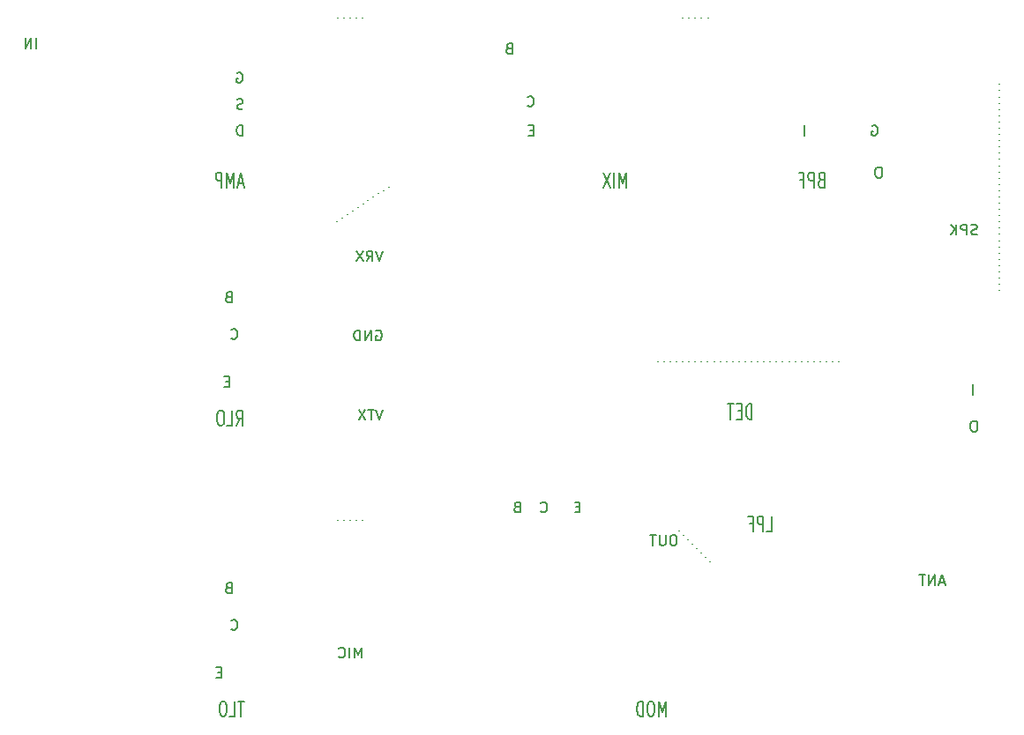
<source format=gbr>
%TF.GenerationSoftware,KiCad,Pcbnew,7.0.2-0*%
%TF.CreationDate,2024-06-16T14:46:37+09:00*%
%TF.ProjectId,am-pcb1,616d2d70-6362-4312-9e6b-696361645f70,rev?*%
%TF.SameCoordinates,Original*%
%TF.FileFunction,Legend,Bot*%
%TF.FilePolarity,Positive*%
%FSLAX46Y46*%
G04 Gerber Fmt 4.6, Leading zero omitted, Abs format (unit mm)*
G04 Created by KiCad (PCBNEW 7.0.2-0) date 2024-06-16 14:46:37*
%MOMM*%
%LPD*%
G01*
G04 APERTURE LIST*
%ADD10C,0.150000*%
G04 APERTURE END LIST*
D10*
X242316000Y-105156000D02*
X242316000Y-105156000D01*
X242740264Y-105580264D02*
X242740264Y-105580264D01*
X243164528Y-106004528D02*
X243164528Y-106004528D01*
X243588792Y-106428792D02*
X243588792Y-106428792D01*
X244013056Y-106853056D02*
X244013056Y-106853056D01*
X244437320Y-107277320D02*
X244437320Y-107277320D01*
X244861584Y-107701584D02*
X244861584Y-107701584D01*
X245285848Y-108125848D02*
X245285848Y-108125848D01*
X209486500Y-75374500D02*
X209486500Y-75374500D01*
X209987603Y-75044506D02*
X209987603Y-75044506D01*
X210488705Y-74714511D02*
X210488705Y-74714511D01*
X210989808Y-74384517D02*
X210989808Y-74384517D01*
X211490910Y-74054523D02*
X211490910Y-74054523D01*
X211992013Y-73724528D02*
X211992013Y-73724528D01*
X212493115Y-73394534D02*
X212493115Y-73394534D01*
X212994218Y-73064540D02*
X212994218Y-73064540D01*
X213495320Y-72734545D02*
X213495320Y-72734545D01*
X213996423Y-72404551D02*
X213996423Y-72404551D01*
X214497525Y-72074557D02*
X214497525Y-72074557D01*
X209550000Y-104140000D02*
X209550000Y-104140000D01*
X210150000Y-104140000D02*
X210150000Y-104140000D01*
X210750000Y-104140000D02*
X210750000Y-104140000D01*
X211350000Y-104140000D02*
X211350000Y-104140000D01*
X211950000Y-104140000D02*
X211950000Y-104140000D01*
X273050000Y-62230000D02*
X273050000Y-62230000D01*
X273050000Y-62830000D02*
X273050000Y-62830000D01*
X273050000Y-63430000D02*
X273050000Y-63430000D01*
X273050000Y-64030000D02*
X273050000Y-64030000D01*
X273050000Y-64630000D02*
X273050000Y-64630000D01*
X273050000Y-65230000D02*
X273050000Y-65230000D01*
X273050000Y-65830000D02*
X273050000Y-65830000D01*
X273050000Y-66430000D02*
X273050000Y-66430000D01*
X273050000Y-67030000D02*
X273050000Y-67030000D01*
X273050000Y-67630000D02*
X273050000Y-67630000D01*
X273050000Y-68230000D02*
X273050000Y-68230000D01*
X273050000Y-68830000D02*
X273050000Y-68830000D01*
X273050000Y-69430000D02*
X273050000Y-69430000D01*
X273050000Y-70030000D02*
X273050000Y-70030000D01*
X273050000Y-70630000D02*
X273050000Y-70630000D01*
X273050000Y-71230000D02*
X273050000Y-71230000D01*
X273050000Y-71830000D02*
X273050000Y-71830000D01*
X273050000Y-72430000D02*
X273050000Y-72430000D01*
X273050000Y-73030000D02*
X273050000Y-73030000D01*
X273050000Y-73630000D02*
X273050000Y-73630000D01*
X273050000Y-74230000D02*
X273050000Y-74230000D01*
X273050000Y-74830000D02*
X273050000Y-74830000D01*
X273050000Y-75430000D02*
X273050000Y-75430000D01*
X273050000Y-76030000D02*
X273050000Y-76030000D01*
X273050000Y-76630000D02*
X273050000Y-76630000D01*
X273050000Y-77230000D02*
X273050000Y-77230000D01*
X273050000Y-77830000D02*
X273050000Y-77830000D01*
X273050000Y-78430000D02*
X273050000Y-78430000D01*
X273050000Y-79030000D02*
X273050000Y-79030000D01*
X273050000Y-79630000D02*
X273050000Y-79630000D01*
X273050000Y-80230000D02*
X273050000Y-80230000D01*
X273050000Y-80830000D02*
X273050000Y-80830000D01*
X273050000Y-81430000D02*
X273050000Y-81430000D01*
X273050000Y-82030000D02*
X273050000Y-82030000D01*
X209550000Y-55880000D02*
X209550000Y-55880000D01*
X210150000Y-55880000D02*
X210150000Y-55880000D01*
X210750000Y-55880000D02*
X210750000Y-55880000D01*
X211350000Y-55880000D02*
X211350000Y-55880000D01*
X211950000Y-55880000D02*
X211950000Y-55880000D01*
X242697000Y-55880000D02*
X242697000Y-55880000D01*
X243297000Y-55880000D02*
X243297000Y-55880000D01*
X243897000Y-55880000D02*
X243897000Y-55880000D01*
X244497000Y-55880000D02*
X244497000Y-55880000D01*
X245097000Y-55880000D02*
X245097000Y-55880000D01*
X240284000Y-88900000D02*
X240284000Y-88900000D01*
X240884000Y-88900000D02*
X240884000Y-88900000D01*
X241484000Y-88900000D02*
X241484000Y-88900000D01*
X242084000Y-88900000D02*
X242084000Y-88900000D01*
X242684000Y-88900000D02*
X242684000Y-88900000D01*
X243284000Y-88900000D02*
X243284000Y-88900000D01*
X243884000Y-88900000D02*
X243884000Y-88900000D01*
X244484000Y-88900000D02*
X244484000Y-88900000D01*
X245084000Y-88900000D02*
X245084000Y-88900000D01*
X245684000Y-88900000D02*
X245684000Y-88900000D01*
X246284000Y-88900000D02*
X246284000Y-88900000D01*
X246884000Y-88900000D02*
X246884000Y-88900000D01*
X247484000Y-88900000D02*
X247484000Y-88900000D01*
X248084000Y-88900000D02*
X248084000Y-88900000D01*
X248684000Y-88900000D02*
X248684000Y-88900000D01*
X249284000Y-88900000D02*
X249284000Y-88900000D01*
X249884000Y-88900000D02*
X249884000Y-88900000D01*
X250484000Y-88900000D02*
X250484000Y-88900000D01*
X251084000Y-88900000D02*
X251084000Y-88900000D01*
X251684000Y-88900000D02*
X251684000Y-88900000D01*
X252284000Y-88900000D02*
X252284000Y-88900000D01*
X252884000Y-88900000D02*
X252884000Y-88900000D01*
X253484000Y-88900000D02*
X253484000Y-88900000D01*
X254084000Y-88900000D02*
X254084000Y-88900000D01*
X254684000Y-88900000D02*
X254684000Y-88900000D01*
X255284000Y-88900000D02*
X255284000Y-88900000D01*
X255884000Y-88900000D02*
X255884000Y-88900000D01*
X256484000Y-88900000D02*
X256484000Y-88900000D01*
X257084000Y-88900000D02*
X257084000Y-88900000D01*
X257684000Y-88900000D02*
X257684000Y-88900000D01*
X213233095Y-85920238D02*
X213328333Y-85872619D01*
X213328333Y-85872619D02*
X213471190Y-85872619D01*
X213471190Y-85872619D02*
X213614047Y-85920238D01*
X213614047Y-85920238D02*
X213709285Y-86015476D01*
X213709285Y-86015476D02*
X213756904Y-86110714D01*
X213756904Y-86110714D02*
X213804523Y-86301190D01*
X213804523Y-86301190D02*
X213804523Y-86444047D01*
X213804523Y-86444047D02*
X213756904Y-86634523D01*
X213756904Y-86634523D02*
X213709285Y-86729761D01*
X213709285Y-86729761D02*
X213614047Y-86825000D01*
X213614047Y-86825000D02*
X213471190Y-86872619D01*
X213471190Y-86872619D02*
X213375952Y-86872619D01*
X213375952Y-86872619D02*
X213233095Y-86825000D01*
X213233095Y-86825000D02*
X213185476Y-86777380D01*
X213185476Y-86777380D02*
X213185476Y-86444047D01*
X213185476Y-86444047D02*
X213375952Y-86444047D01*
X212756904Y-86872619D02*
X212756904Y-85872619D01*
X212756904Y-85872619D02*
X212185476Y-86872619D01*
X212185476Y-86872619D02*
X212185476Y-85872619D01*
X211709285Y-86872619D02*
X211709285Y-85872619D01*
X211709285Y-85872619D02*
X211471190Y-85872619D01*
X211471190Y-85872619D02*
X211328333Y-85920238D01*
X211328333Y-85920238D02*
X211233095Y-86015476D01*
X211233095Y-86015476D02*
X211185476Y-86110714D01*
X211185476Y-86110714D02*
X211137857Y-86301190D01*
X211137857Y-86301190D02*
X211137857Y-86444047D01*
X211137857Y-86444047D02*
X211185476Y-86634523D01*
X211185476Y-86634523D02*
X211233095Y-86729761D01*
X211233095Y-86729761D02*
X211328333Y-86825000D01*
X211328333Y-86825000D02*
X211471190Y-86872619D01*
X211471190Y-86872619D02*
X211709285Y-86872619D01*
X200421904Y-67187619D02*
X200421904Y-66187619D01*
X200421904Y-66187619D02*
X200183809Y-66187619D01*
X200183809Y-66187619D02*
X200040952Y-66235238D01*
X200040952Y-66235238D02*
X199945714Y-66330476D01*
X199945714Y-66330476D02*
X199898095Y-66425714D01*
X199898095Y-66425714D02*
X199850476Y-66616190D01*
X199850476Y-66616190D02*
X199850476Y-66759047D01*
X199850476Y-66759047D02*
X199898095Y-66949523D01*
X199898095Y-66949523D02*
X199945714Y-67044761D01*
X199945714Y-67044761D02*
X200040952Y-67140000D01*
X200040952Y-67140000D02*
X200183809Y-67187619D01*
X200183809Y-67187619D02*
X200421904Y-67187619D01*
X249316904Y-94431428D02*
X249316904Y-92931428D01*
X249316904Y-92931428D02*
X249078809Y-92931428D01*
X249078809Y-92931428D02*
X248935952Y-93002857D01*
X248935952Y-93002857D02*
X248840714Y-93145714D01*
X248840714Y-93145714D02*
X248793095Y-93288571D01*
X248793095Y-93288571D02*
X248745476Y-93574285D01*
X248745476Y-93574285D02*
X248745476Y-93788571D01*
X248745476Y-93788571D02*
X248793095Y-94074285D01*
X248793095Y-94074285D02*
X248840714Y-94217142D01*
X248840714Y-94217142D02*
X248935952Y-94360000D01*
X248935952Y-94360000D02*
X249078809Y-94431428D01*
X249078809Y-94431428D02*
X249316904Y-94431428D01*
X248316904Y-93645714D02*
X247983571Y-93645714D01*
X247840714Y-94431428D02*
X248316904Y-94431428D01*
X248316904Y-94431428D02*
X248316904Y-92931428D01*
X248316904Y-92931428D02*
X247840714Y-92931428D01*
X247554999Y-92931428D02*
X246983571Y-92931428D01*
X247269285Y-94431428D02*
X247269285Y-92931428D01*
X199850476Y-95066428D02*
X200183809Y-94352142D01*
X200421904Y-95066428D02*
X200421904Y-93566428D01*
X200421904Y-93566428D02*
X200040952Y-93566428D01*
X200040952Y-93566428D02*
X199945714Y-93637857D01*
X199945714Y-93637857D02*
X199898095Y-93709285D01*
X199898095Y-93709285D02*
X199850476Y-93852142D01*
X199850476Y-93852142D02*
X199850476Y-94066428D01*
X199850476Y-94066428D02*
X199898095Y-94209285D01*
X199898095Y-94209285D02*
X199945714Y-94280714D01*
X199945714Y-94280714D02*
X200040952Y-94352142D01*
X200040952Y-94352142D02*
X200421904Y-94352142D01*
X198945714Y-95066428D02*
X199421904Y-95066428D01*
X199421904Y-95066428D02*
X199421904Y-93566428D01*
X198421904Y-93566428D02*
X198231428Y-93566428D01*
X198231428Y-93566428D02*
X198136190Y-93637857D01*
X198136190Y-93637857D02*
X198040952Y-93780714D01*
X198040952Y-93780714D02*
X197993333Y-94066428D01*
X197993333Y-94066428D02*
X197993333Y-94566428D01*
X197993333Y-94566428D02*
X198040952Y-94852142D01*
X198040952Y-94852142D02*
X198136190Y-94995000D01*
X198136190Y-94995000D02*
X198231428Y-95066428D01*
X198231428Y-95066428D02*
X198421904Y-95066428D01*
X198421904Y-95066428D02*
X198517142Y-94995000D01*
X198517142Y-94995000D02*
X198612380Y-94852142D01*
X198612380Y-94852142D02*
X198659999Y-94566428D01*
X198659999Y-94566428D02*
X198659999Y-94066428D01*
X198659999Y-94066428D02*
X198612380Y-93780714D01*
X198612380Y-93780714D02*
X198517142Y-93637857D01*
X198517142Y-93637857D02*
X198421904Y-93566428D01*
X199072571Y-110605809D02*
X198929714Y-110653428D01*
X198929714Y-110653428D02*
X198882095Y-110701047D01*
X198882095Y-110701047D02*
X198834476Y-110796285D01*
X198834476Y-110796285D02*
X198834476Y-110939142D01*
X198834476Y-110939142D02*
X198882095Y-111034380D01*
X198882095Y-111034380D02*
X198929714Y-111082000D01*
X198929714Y-111082000D02*
X199024952Y-111129619D01*
X199024952Y-111129619D02*
X199405904Y-111129619D01*
X199405904Y-111129619D02*
X199405904Y-110129619D01*
X199405904Y-110129619D02*
X199072571Y-110129619D01*
X199072571Y-110129619D02*
X198977333Y-110177238D01*
X198977333Y-110177238D02*
X198929714Y-110224857D01*
X198929714Y-110224857D02*
X198882095Y-110320095D01*
X198882095Y-110320095D02*
X198882095Y-110415333D01*
X198882095Y-110415333D02*
X198929714Y-110510571D01*
X198929714Y-110510571D02*
X198977333Y-110558190D01*
X198977333Y-110558190D02*
X199072571Y-110605809D01*
X199072571Y-110605809D02*
X199405904Y-110605809D01*
X200469523Y-71777857D02*
X199993333Y-71777857D01*
X200564761Y-72206428D02*
X200231428Y-70706428D01*
X200231428Y-70706428D02*
X199898095Y-72206428D01*
X199564761Y-72206428D02*
X199564761Y-70706428D01*
X199564761Y-70706428D02*
X199231428Y-71777857D01*
X199231428Y-71777857D02*
X198898095Y-70706428D01*
X198898095Y-70706428D02*
X198898095Y-72206428D01*
X198421904Y-72206428D02*
X198421904Y-70706428D01*
X198421904Y-70706428D02*
X198040952Y-70706428D01*
X198040952Y-70706428D02*
X197945714Y-70777857D01*
X197945714Y-70777857D02*
X197898095Y-70849285D01*
X197898095Y-70849285D02*
X197850476Y-70992142D01*
X197850476Y-70992142D02*
X197850476Y-71206428D01*
X197850476Y-71206428D02*
X197898095Y-71349285D01*
X197898095Y-71349285D02*
X197945714Y-71420714D01*
X197945714Y-71420714D02*
X198040952Y-71492142D01*
X198040952Y-71492142D02*
X198421904Y-71492142D01*
X241887428Y-105557619D02*
X241696952Y-105557619D01*
X241696952Y-105557619D02*
X241601714Y-105605238D01*
X241601714Y-105605238D02*
X241506476Y-105700476D01*
X241506476Y-105700476D02*
X241458857Y-105890952D01*
X241458857Y-105890952D02*
X241458857Y-106224285D01*
X241458857Y-106224285D02*
X241506476Y-106414761D01*
X241506476Y-106414761D02*
X241601714Y-106510000D01*
X241601714Y-106510000D02*
X241696952Y-106557619D01*
X241696952Y-106557619D02*
X241887428Y-106557619D01*
X241887428Y-106557619D02*
X241982666Y-106510000D01*
X241982666Y-106510000D02*
X242077904Y-106414761D01*
X242077904Y-106414761D02*
X242125523Y-106224285D01*
X242125523Y-106224285D02*
X242125523Y-105890952D01*
X242125523Y-105890952D02*
X242077904Y-105700476D01*
X242077904Y-105700476D02*
X241982666Y-105605238D01*
X241982666Y-105605238D02*
X241887428Y-105557619D01*
X241030285Y-105557619D02*
X241030285Y-106367142D01*
X241030285Y-106367142D02*
X240982666Y-106462380D01*
X240982666Y-106462380D02*
X240935047Y-106510000D01*
X240935047Y-106510000D02*
X240839809Y-106557619D01*
X240839809Y-106557619D02*
X240649333Y-106557619D01*
X240649333Y-106557619D02*
X240554095Y-106510000D01*
X240554095Y-106510000D02*
X240506476Y-106462380D01*
X240506476Y-106462380D02*
X240458857Y-106367142D01*
X240458857Y-106367142D02*
X240458857Y-105557619D01*
X240125523Y-105557619D02*
X239554095Y-105557619D01*
X239839809Y-106557619D02*
X239839809Y-105557619D01*
X213899761Y-93492619D02*
X213566428Y-94492619D01*
X213566428Y-94492619D02*
X213233095Y-93492619D01*
X213042618Y-93492619D02*
X212471190Y-93492619D01*
X212756904Y-94492619D02*
X212756904Y-93492619D01*
X212233094Y-93492619D02*
X211566428Y-94492619D01*
X211566428Y-93492619D02*
X212233094Y-94492619D01*
X226758571Y-102858809D02*
X226615714Y-102906428D01*
X226615714Y-102906428D02*
X226568095Y-102954047D01*
X226568095Y-102954047D02*
X226520476Y-103049285D01*
X226520476Y-103049285D02*
X226520476Y-103192142D01*
X226520476Y-103192142D02*
X226568095Y-103287380D01*
X226568095Y-103287380D02*
X226615714Y-103335000D01*
X226615714Y-103335000D02*
X226710952Y-103382619D01*
X226710952Y-103382619D02*
X227091904Y-103382619D01*
X227091904Y-103382619D02*
X227091904Y-102382619D01*
X227091904Y-102382619D02*
X226758571Y-102382619D01*
X226758571Y-102382619D02*
X226663333Y-102430238D01*
X226663333Y-102430238D02*
X226615714Y-102477857D01*
X226615714Y-102477857D02*
X226568095Y-102573095D01*
X226568095Y-102573095D02*
X226568095Y-102668333D01*
X226568095Y-102668333D02*
X226615714Y-102763571D01*
X226615714Y-102763571D02*
X226663333Y-102811190D01*
X226663333Y-102811190D02*
X226758571Y-102858809D01*
X226758571Y-102858809D02*
X227091904Y-102858809D01*
X213899761Y-78252619D02*
X213566428Y-79252619D01*
X213566428Y-79252619D02*
X213233095Y-78252619D01*
X212328333Y-79252619D02*
X212661666Y-78776428D01*
X212899761Y-79252619D02*
X212899761Y-78252619D01*
X212899761Y-78252619D02*
X212518809Y-78252619D01*
X212518809Y-78252619D02*
X212423571Y-78300238D01*
X212423571Y-78300238D02*
X212375952Y-78347857D01*
X212375952Y-78347857D02*
X212328333Y-78443095D01*
X212328333Y-78443095D02*
X212328333Y-78585952D01*
X212328333Y-78585952D02*
X212375952Y-78681190D01*
X212375952Y-78681190D02*
X212423571Y-78728809D01*
X212423571Y-78728809D02*
X212518809Y-78776428D01*
X212518809Y-78776428D02*
X212899761Y-78776428D01*
X211994999Y-78252619D02*
X211328333Y-79252619D01*
X211328333Y-78252619D02*
X211994999Y-79252619D01*
X200564761Y-121506428D02*
X199993333Y-121506428D01*
X200279047Y-123006428D02*
X200279047Y-121506428D01*
X199183809Y-123006428D02*
X199659999Y-123006428D01*
X199659999Y-123006428D02*
X199659999Y-121506428D01*
X198659999Y-121506428D02*
X198469523Y-121506428D01*
X198469523Y-121506428D02*
X198374285Y-121577857D01*
X198374285Y-121577857D02*
X198279047Y-121720714D01*
X198279047Y-121720714D02*
X198231428Y-122006428D01*
X198231428Y-122006428D02*
X198231428Y-122506428D01*
X198231428Y-122506428D02*
X198279047Y-122792142D01*
X198279047Y-122792142D02*
X198374285Y-122935000D01*
X198374285Y-122935000D02*
X198469523Y-123006428D01*
X198469523Y-123006428D02*
X198659999Y-123006428D01*
X198659999Y-123006428D02*
X198755237Y-122935000D01*
X198755237Y-122935000D02*
X198850475Y-122792142D01*
X198850475Y-122792142D02*
X198898094Y-122506428D01*
X198898094Y-122506428D02*
X198898094Y-122006428D01*
X198898094Y-122006428D02*
X198850475Y-121720714D01*
X198850475Y-121720714D02*
X198755237Y-121577857D01*
X198755237Y-121577857D02*
X198659999Y-121506428D01*
X270557571Y-95600380D02*
X270748047Y-95600380D01*
X270748047Y-95600380D02*
X270843285Y-95552761D01*
X270843285Y-95552761D02*
X270938523Y-95457523D01*
X270938523Y-95457523D02*
X270986142Y-95267047D01*
X270986142Y-95267047D02*
X270986142Y-94933714D01*
X270986142Y-94933714D02*
X270938523Y-94743238D01*
X270938523Y-94743238D02*
X270843285Y-94648000D01*
X270843285Y-94648000D02*
X270748047Y-94600380D01*
X270748047Y-94600380D02*
X270557571Y-94600380D01*
X270557571Y-94600380D02*
X270462333Y-94648000D01*
X270462333Y-94648000D02*
X270367095Y-94743238D01*
X270367095Y-94743238D02*
X270319476Y-94933714D01*
X270319476Y-94933714D02*
X270319476Y-95267047D01*
X270319476Y-95267047D02*
X270367095Y-95457523D01*
X270367095Y-95457523D02*
X270462333Y-95552761D01*
X270462333Y-95552761D02*
X270557571Y-95600380D01*
X254396904Y-67187619D02*
X254396904Y-66187619D01*
X241061904Y-123006428D02*
X241061904Y-121506428D01*
X241061904Y-121506428D02*
X240728571Y-122577857D01*
X240728571Y-122577857D02*
X240395238Y-121506428D01*
X240395238Y-121506428D02*
X240395238Y-123006428D01*
X239728571Y-121506428D02*
X239538095Y-121506428D01*
X239538095Y-121506428D02*
X239442857Y-121577857D01*
X239442857Y-121577857D02*
X239347619Y-121720714D01*
X239347619Y-121720714D02*
X239300000Y-122006428D01*
X239300000Y-122006428D02*
X239300000Y-122506428D01*
X239300000Y-122506428D02*
X239347619Y-122792142D01*
X239347619Y-122792142D02*
X239442857Y-122935000D01*
X239442857Y-122935000D02*
X239538095Y-123006428D01*
X239538095Y-123006428D02*
X239728571Y-123006428D01*
X239728571Y-123006428D02*
X239823809Y-122935000D01*
X239823809Y-122935000D02*
X239919047Y-122792142D01*
X239919047Y-122792142D02*
X239966666Y-122506428D01*
X239966666Y-122506428D02*
X239966666Y-122006428D01*
X239966666Y-122006428D02*
X239919047Y-121720714D01*
X239919047Y-121720714D02*
X239823809Y-121577857D01*
X239823809Y-121577857D02*
X239728571Y-121506428D01*
X238871428Y-123006428D02*
X238871428Y-121506428D01*
X238871428Y-121506428D02*
X238633333Y-121506428D01*
X238633333Y-121506428D02*
X238490476Y-121577857D01*
X238490476Y-121577857D02*
X238395238Y-121720714D01*
X238395238Y-121720714D02*
X238347619Y-121863571D01*
X238347619Y-121863571D02*
X238300000Y-122149285D01*
X238300000Y-122149285D02*
X238300000Y-122363571D01*
X238300000Y-122363571D02*
X238347619Y-122649285D01*
X238347619Y-122649285D02*
X238395238Y-122792142D01*
X238395238Y-122792142D02*
X238490476Y-122935000D01*
X238490476Y-122935000D02*
X238633333Y-123006428D01*
X238633333Y-123006428D02*
X238871428Y-123006428D01*
X250745714Y-105226428D02*
X251221904Y-105226428D01*
X251221904Y-105226428D02*
X251221904Y-103726428D01*
X250412380Y-105226428D02*
X250412380Y-103726428D01*
X250412380Y-103726428D02*
X250031428Y-103726428D01*
X250031428Y-103726428D02*
X249936190Y-103797857D01*
X249936190Y-103797857D02*
X249888571Y-103869285D01*
X249888571Y-103869285D02*
X249840952Y-104012142D01*
X249840952Y-104012142D02*
X249840952Y-104226428D01*
X249840952Y-104226428D02*
X249888571Y-104369285D01*
X249888571Y-104369285D02*
X249936190Y-104440714D01*
X249936190Y-104440714D02*
X250031428Y-104512142D01*
X250031428Y-104512142D02*
X250412380Y-104512142D01*
X249079047Y-104440714D02*
X249412380Y-104440714D01*
X249412380Y-105226428D02*
X249412380Y-103726428D01*
X249412380Y-103726428D02*
X248936190Y-103726428D01*
X199342476Y-114590380D02*
X199390095Y-114638000D01*
X199390095Y-114638000D02*
X199532952Y-114685619D01*
X199532952Y-114685619D02*
X199628190Y-114685619D01*
X199628190Y-114685619D02*
X199771047Y-114638000D01*
X199771047Y-114638000D02*
X199866285Y-114542761D01*
X199866285Y-114542761D02*
X199913904Y-114447523D01*
X199913904Y-114447523D02*
X199961523Y-114257047D01*
X199961523Y-114257047D02*
X199961523Y-114114190D01*
X199961523Y-114114190D02*
X199913904Y-113923714D01*
X199913904Y-113923714D02*
X199866285Y-113828476D01*
X199866285Y-113828476D02*
X199771047Y-113733238D01*
X199771047Y-113733238D02*
X199628190Y-113685619D01*
X199628190Y-113685619D02*
X199532952Y-113685619D01*
X199532952Y-113685619D02*
X199390095Y-113733238D01*
X199390095Y-113733238D02*
X199342476Y-113780857D01*
X255968571Y-71420714D02*
X255825714Y-71492142D01*
X255825714Y-71492142D02*
X255778095Y-71563571D01*
X255778095Y-71563571D02*
X255730476Y-71706428D01*
X255730476Y-71706428D02*
X255730476Y-71920714D01*
X255730476Y-71920714D02*
X255778095Y-72063571D01*
X255778095Y-72063571D02*
X255825714Y-72135000D01*
X255825714Y-72135000D02*
X255920952Y-72206428D01*
X255920952Y-72206428D02*
X256301904Y-72206428D01*
X256301904Y-72206428D02*
X256301904Y-70706428D01*
X256301904Y-70706428D02*
X255968571Y-70706428D01*
X255968571Y-70706428D02*
X255873333Y-70777857D01*
X255873333Y-70777857D02*
X255825714Y-70849285D01*
X255825714Y-70849285D02*
X255778095Y-70992142D01*
X255778095Y-70992142D02*
X255778095Y-71135000D01*
X255778095Y-71135000D02*
X255825714Y-71277857D01*
X255825714Y-71277857D02*
X255873333Y-71349285D01*
X255873333Y-71349285D02*
X255968571Y-71420714D01*
X255968571Y-71420714D02*
X256301904Y-71420714D01*
X255301904Y-72206428D02*
X255301904Y-70706428D01*
X255301904Y-70706428D02*
X254920952Y-70706428D01*
X254920952Y-70706428D02*
X254825714Y-70777857D01*
X254825714Y-70777857D02*
X254778095Y-70849285D01*
X254778095Y-70849285D02*
X254730476Y-70992142D01*
X254730476Y-70992142D02*
X254730476Y-71206428D01*
X254730476Y-71206428D02*
X254778095Y-71349285D01*
X254778095Y-71349285D02*
X254825714Y-71420714D01*
X254825714Y-71420714D02*
X254920952Y-71492142D01*
X254920952Y-71492142D02*
X255301904Y-71492142D01*
X253968571Y-71420714D02*
X254301904Y-71420714D01*
X254301904Y-72206428D02*
X254301904Y-70706428D01*
X254301904Y-70706428D02*
X253825714Y-70706428D01*
X270954523Y-76665000D02*
X270811666Y-76712619D01*
X270811666Y-76712619D02*
X270573571Y-76712619D01*
X270573571Y-76712619D02*
X270478333Y-76665000D01*
X270478333Y-76665000D02*
X270430714Y-76617380D01*
X270430714Y-76617380D02*
X270383095Y-76522142D01*
X270383095Y-76522142D02*
X270383095Y-76426904D01*
X270383095Y-76426904D02*
X270430714Y-76331666D01*
X270430714Y-76331666D02*
X270478333Y-76284047D01*
X270478333Y-76284047D02*
X270573571Y-76236428D01*
X270573571Y-76236428D02*
X270764047Y-76188809D01*
X270764047Y-76188809D02*
X270859285Y-76141190D01*
X270859285Y-76141190D02*
X270906904Y-76093571D01*
X270906904Y-76093571D02*
X270954523Y-75998333D01*
X270954523Y-75998333D02*
X270954523Y-75903095D01*
X270954523Y-75903095D02*
X270906904Y-75807857D01*
X270906904Y-75807857D02*
X270859285Y-75760238D01*
X270859285Y-75760238D02*
X270764047Y-75712619D01*
X270764047Y-75712619D02*
X270525952Y-75712619D01*
X270525952Y-75712619D02*
X270383095Y-75760238D01*
X269954523Y-76712619D02*
X269954523Y-75712619D01*
X269954523Y-75712619D02*
X269573571Y-75712619D01*
X269573571Y-75712619D02*
X269478333Y-75760238D01*
X269478333Y-75760238D02*
X269430714Y-75807857D01*
X269430714Y-75807857D02*
X269383095Y-75903095D01*
X269383095Y-75903095D02*
X269383095Y-76045952D01*
X269383095Y-76045952D02*
X269430714Y-76141190D01*
X269430714Y-76141190D02*
X269478333Y-76188809D01*
X269478333Y-76188809D02*
X269573571Y-76236428D01*
X269573571Y-76236428D02*
X269954523Y-76236428D01*
X268954523Y-76712619D02*
X268954523Y-75712619D01*
X268383095Y-76712619D02*
X268811666Y-76141190D01*
X268383095Y-75712619D02*
X268954523Y-76284047D01*
X199342476Y-86650380D02*
X199390095Y-86698000D01*
X199390095Y-86698000D02*
X199532952Y-86745619D01*
X199532952Y-86745619D02*
X199628190Y-86745619D01*
X199628190Y-86745619D02*
X199771047Y-86698000D01*
X199771047Y-86698000D02*
X199866285Y-86602761D01*
X199866285Y-86602761D02*
X199913904Y-86507523D01*
X199913904Y-86507523D02*
X199961523Y-86317047D01*
X199961523Y-86317047D02*
X199961523Y-86174190D01*
X199961523Y-86174190D02*
X199913904Y-85983714D01*
X199913904Y-85983714D02*
X199866285Y-85888476D01*
X199866285Y-85888476D02*
X199771047Y-85793238D01*
X199771047Y-85793238D02*
X199628190Y-85745619D01*
X199628190Y-85745619D02*
X199532952Y-85745619D01*
X199532952Y-85745619D02*
X199390095Y-85793238D01*
X199390095Y-85793238D02*
X199342476Y-85840857D01*
X180609904Y-58805619D02*
X180609904Y-57805619D01*
X180133714Y-58805619D02*
X180133714Y-57805619D01*
X180133714Y-57805619D02*
X179562286Y-58805619D01*
X179562286Y-58805619D02*
X179562286Y-57805619D01*
X211851904Y-117352619D02*
X211851904Y-116352619D01*
X211851904Y-116352619D02*
X211518571Y-117066904D01*
X211518571Y-117066904D02*
X211185238Y-116352619D01*
X211185238Y-116352619D02*
X211185238Y-117352619D01*
X210709047Y-117352619D02*
X210709047Y-116352619D01*
X209661429Y-117257380D02*
X209709048Y-117305000D01*
X209709048Y-117305000D02*
X209851905Y-117352619D01*
X209851905Y-117352619D02*
X209947143Y-117352619D01*
X209947143Y-117352619D02*
X210090000Y-117305000D01*
X210090000Y-117305000D02*
X210185238Y-117209761D01*
X210185238Y-117209761D02*
X210232857Y-117114523D01*
X210232857Y-117114523D02*
X210280476Y-116924047D01*
X210280476Y-116924047D02*
X210280476Y-116781190D01*
X210280476Y-116781190D02*
X210232857Y-116590714D01*
X210232857Y-116590714D02*
X210185238Y-116495476D01*
X210185238Y-116495476D02*
X210090000Y-116400238D01*
X210090000Y-116400238D02*
X209947143Y-116352619D01*
X209947143Y-116352619D02*
X209851905Y-116352619D01*
X209851905Y-116352619D02*
X209709048Y-116400238D01*
X209709048Y-116400238D02*
X209661429Y-116447857D01*
X225996571Y-58789809D02*
X225853714Y-58837428D01*
X225853714Y-58837428D02*
X225806095Y-58885047D01*
X225806095Y-58885047D02*
X225758476Y-58980285D01*
X225758476Y-58980285D02*
X225758476Y-59123142D01*
X225758476Y-59123142D02*
X225806095Y-59218380D01*
X225806095Y-59218380D02*
X225853714Y-59266000D01*
X225853714Y-59266000D02*
X225948952Y-59313619D01*
X225948952Y-59313619D02*
X226329904Y-59313619D01*
X226329904Y-59313619D02*
X226329904Y-58313619D01*
X226329904Y-58313619D02*
X225996571Y-58313619D01*
X225996571Y-58313619D02*
X225901333Y-58361238D01*
X225901333Y-58361238D02*
X225853714Y-58408857D01*
X225853714Y-58408857D02*
X225806095Y-58504095D01*
X225806095Y-58504095D02*
X225806095Y-58599333D01*
X225806095Y-58599333D02*
X225853714Y-58694571D01*
X225853714Y-58694571D02*
X225901333Y-58742190D01*
X225901333Y-58742190D02*
X225996571Y-58789809D01*
X225996571Y-58789809D02*
X226329904Y-58789809D01*
X199151904Y-90793809D02*
X198818571Y-90793809D01*
X198675714Y-91317619D02*
X199151904Y-91317619D01*
X199151904Y-91317619D02*
X199151904Y-90317619D01*
X199151904Y-90317619D02*
X198675714Y-90317619D01*
X200469523Y-64600000D02*
X200326666Y-64647619D01*
X200326666Y-64647619D02*
X200088571Y-64647619D01*
X200088571Y-64647619D02*
X199993333Y-64600000D01*
X199993333Y-64600000D02*
X199945714Y-64552380D01*
X199945714Y-64552380D02*
X199898095Y-64457142D01*
X199898095Y-64457142D02*
X199898095Y-64361904D01*
X199898095Y-64361904D02*
X199945714Y-64266666D01*
X199945714Y-64266666D02*
X199993333Y-64219047D01*
X199993333Y-64219047D02*
X200088571Y-64171428D01*
X200088571Y-64171428D02*
X200279047Y-64123809D01*
X200279047Y-64123809D02*
X200374285Y-64076190D01*
X200374285Y-64076190D02*
X200421904Y-64028571D01*
X200421904Y-64028571D02*
X200469523Y-63933333D01*
X200469523Y-63933333D02*
X200469523Y-63838095D01*
X200469523Y-63838095D02*
X200421904Y-63742857D01*
X200421904Y-63742857D02*
X200374285Y-63695238D01*
X200374285Y-63695238D02*
X200279047Y-63647619D01*
X200279047Y-63647619D02*
X200040952Y-63647619D01*
X200040952Y-63647619D02*
X199898095Y-63695238D01*
X199898095Y-61155238D02*
X199993333Y-61107619D01*
X199993333Y-61107619D02*
X200136190Y-61107619D01*
X200136190Y-61107619D02*
X200279047Y-61155238D01*
X200279047Y-61155238D02*
X200374285Y-61250476D01*
X200374285Y-61250476D02*
X200421904Y-61345714D01*
X200421904Y-61345714D02*
X200469523Y-61536190D01*
X200469523Y-61536190D02*
X200469523Y-61679047D01*
X200469523Y-61679047D02*
X200421904Y-61869523D01*
X200421904Y-61869523D02*
X200374285Y-61964761D01*
X200374285Y-61964761D02*
X200279047Y-62060000D01*
X200279047Y-62060000D02*
X200136190Y-62107619D01*
X200136190Y-62107619D02*
X200040952Y-62107619D01*
X200040952Y-62107619D02*
X199898095Y-62060000D01*
X199898095Y-62060000D02*
X199850476Y-62012380D01*
X199850476Y-62012380D02*
X199850476Y-61679047D01*
X199850476Y-61679047D02*
X200040952Y-61679047D01*
X237251904Y-72206428D02*
X237251904Y-70706428D01*
X237251904Y-70706428D02*
X236918571Y-71777857D01*
X236918571Y-71777857D02*
X236585238Y-70706428D01*
X236585238Y-70706428D02*
X236585238Y-72206428D01*
X236109047Y-72206428D02*
X236109047Y-70706428D01*
X235728095Y-70706428D02*
X235061429Y-72206428D01*
X235061429Y-70706428D02*
X235728095Y-72206428D01*
X198389904Y-118733809D02*
X198056571Y-118733809D01*
X197913714Y-119257619D02*
X198389904Y-119257619D01*
X198389904Y-119257619D02*
X198389904Y-118257619D01*
X198389904Y-118257619D02*
X197913714Y-118257619D01*
X199072571Y-82665809D02*
X198929714Y-82713428D01*
X198929714Y-82713428D02*
X198882095Y-82761047D01*
X198882095Y-82761047D02*
X198834476Y-82856285D01*
X198834476Y-82856285D02*
X198834476Y-82999142D01*
X198834476Y-82999142D02*
X198882095Y-83094380D01*
X198882095Y-83094380D02*
X198929714Y-83142000D01*
X198929714Y-83142000D02*
X199024952Y-83189619D01*
X199024952Y-83189619D02*
X199405904Y-83189619D01*
X199405904Y-83189619D02*
X199405904Y-82189619D01*
X199405904Y-82189619D02*
X199072571Y-82189619D01*
X199072571Y-82189619D02*
X198977333Y-82237238D01*
X198977333Y-82237238D02*
X198929714Y-82284857D01*
X198929714Y-82284857D02*
X198882095Y-82380095D01*
X198882095Y-82380095D02*
X198882095Y-82475333D01*
X198882095Y-82475333D02*
X198929714Y-82570571D01*
X198929714Y-82570571D02*
X198977333Y-82618190D01*
X198977333Y-82618190D02*
X199072571Y-82665809D01*
X199072571Y-82665809D02*
X199405904Y-82665809D01*
X229060476Y-103287380D02*
X229108095Y-103335000D01*
X229108095Y-103335000D02*
X229250952Y-103382619D01*
X229250952Y-103382619D02*
X229346190Y-103382619D01*
X229346190Y-103382619D02*
X229489047Y-103335000D01*
X229489047Y-103335000D02*
X229584285Y-103239761D01*
X229584285Y-103239761D02*
X229631904Y-103144523D01*
X229631904Y-103144523D02*
X229679523Y-102954047D01*
X229679523Y-102954047D02*
X229679523Y-102811190D01*
X229679523Y-102811190D02*
X229631904Y-102620714D01*
X229631904Y-102620714D02*
X229584285Y-102525476D01*
X229584285Y-102525476D02*
X229489047Y-102430238D01*
X229489047Y-102430238D02*
X229346190Y-102382619D01*
X229346190Y-102382619D02*
X229250952Y-102382619D01*
X229250952Y-102382619D02*
X229108095Y-102430238D01*
X229108095Y-102430238D02*
X229060476Y-102477857D01*
X270504095Y-91044380D02*
X270504095Y-92044380D01*
X228361904Y-66663809D02*
X228028571Y-66663809D01*
X227885714Y-67187619D02*
X228361904Y-67187619D01*
X228361904Y-67187619D02*
X228361904Y-66187619D01*
X228361904Y-66187619D02*
X227885714Y-66187619D01*
X232806904Y-102858809D02*
X232473571Y-102858809D01*
X232330714Y-103382619D02*
X232806904Y-103382619D01*
X232806904Y-103382619D02*
X232806904Y-102382619D01*
X232806904Y-102382619D02*
X232330714Y-102382619D01*
X267779523Y-110081904D02*
X267303333Y-110081904D01*
X267874761Y-110367619D02*
X267541428Y-109367619D01*
X267541428Y-109367619D02*
X267208095Y-110367619D01*
X266874761Y-110367619D02*
X266874761Y-109367619D01*
X266874761Y-109367619D02*
X266303333Y-110367619D01*
X266303333Y-110367619D02*
X266303333Y-109367619D01*
X265969999Y-109367619D02*
X265398571Y-109367619D01*
X265684285Y-110367619D02*
X265684285Y-109367619D01*
X227790476Y-64298380D02*
X227838095Y-64346000D01*
X227838095Y-64346000D02*
X227980952Y-64393619D01*
X227980952Y-64393619D02*
X228076190Y-64393619D01*
X228076190Y-64393619D02*
X228219047Y-64346000D01*
X228219047Y-64346000D02*
X228314285Y-64250761D01*
X228314285Y-64250761D02*
X228361904Y-64155523D01*
X228361904Y-64155523D02*
X228409523Y-63965047D01*
X228409523Y-63965047D02*
X228409523Y-63822190D01*
X228409523Y-63822190D02*
X228361904Y-63631714D01*
X228361904Y-63631714D02*
X228314285Y-63536476D01*
X228314285Y-63536476D02*
X228219047Y-63441238D01*
X228219047Y-63441238D02*
X228076190Y-63393619D01*
X228076190Y-63393619D02*
X227980952Y-63393619D01*
X227980952Y-63393619D02*
X227838095Y-63441238D01*
X227838095Y-63441238D02*
X227790476Y-63488857D01*
%TO.C,U81*%
X260858095Y-66235238D02*
X260953333Y-66187619D01*
X260953333Y-66187619D02*
X261096190Y-66187619D01*
X261096190Y-66187619D02*
X261239047Y-66235238D01*
X261239047Y-66235238D02*
X261334285Y-66330476D01*
X261334285Y-66330476D02*
X261381904Y-66425714D01*
X261381904Y-66425714D02*
X261429523Y-66616190D01*
X261429523Y-66616190D02*
X261429523Y-66759047D01*
X261429523Y-66759047D02*
X261381904Y-66949523D01*
X261381904Y-66949523D02*
X261334285Y-67044761D01*
X261334285Y-67044761D02*
X261239047Y-67140000D01*
X261239047Y-67140000D02*
X261096190Y-67187619D01*
X261096190Y-67187619D02*
X261000952Y-67187619D01*
X261000952Y-67187619D02*
X260858095Y-67140000D01*
X260858095Y-67140000D02*
X260810476Y-67092380D01*
X260810476Y-67092380D02*
X260810476Y-66759047D01*
X260810476Y-66759047D02*
X261000952Y-66759047D01*
X261413571Y-71218180D02*
X261604047Y-71218180D01*
X261604047Y-71218180D02*
X261699285Y-71170561D01*
X261699285Y-71170561D02*
X261794523Y-71075323D01*
X261794523Y-71075323D02*
X261842142Y-70884847D01*
X261842142Y-70884847D02*
X261842142Y-70551514D01*
X261842142Y-70551514D02*
X261794523Y-70361038D01*
X261794523Y-70361038D02*
X261699285Y-70265800D01*
X261699285Y-70265800D02*
X261604047Y-70218180D01*
X261604047Y-70218180D02*
X261413571Y-70218180D01*
X261413571Y-70218180D02*
X261318333Y-70265800D01*
X261318333Y-70265800D02*
X261223095Y-70361038D01*
X261223095Y-70361038D02*
X261175476Y-70551514D01*
X261175476Y-70551514D02*
X261175476Y-70884847D01*
X261175476Y-70884847D02*
X261223095Y-71075323D01*
X261223095Y-71075323D02*
X261318333Y-71170561D01*
X261318333Y-71170561D02*
X261413571Y-71218180D01*
%TD*%
M02*

</source>
